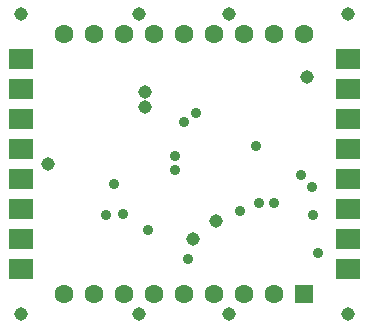
<source format=gbr>
G04 #@! TF.FileFunction,Soldermask,Bot*
%FSLAX46Y46*%
G04 Gerber Fmt 4.6, Leading zero omitted, Abs format (unit mm)*
G04 Created by KiCad (PCBNEW (2015-12-09 BZR 6195)-product) date Sun Sep  4 13:43:46 2016*
%MOMM*%
G01*
G04 APERTURE LIST*
%ADD10C,0.100000*%
%ADD11R,1.600000X1.600000*%
%ADD12C,1.600000*%
%ADD13R,2.032000X1.778000*%
%ADD14C,1.143000*%
%ADD15C,0.889000*%
G04 APERTURE END LIST*
D10*
D11*
X154940000Y-110060000D03*
D12*
X152400000Y-110060000D03*
X149860000Y-110060000D03*
X147320000Y-110060000D03*
X144780000Y-110060000D03*
X142240000Y-110060000D03*
X139700000Y-110060000D03*
X137160000Y-110060000D03*
X134620000Y-110060000D03*
X134620000Y-88060000D03*
X137160000Y-88060000D03*
X139700000Y-88060000D03*
X142240000Y-88060000D03*
X144780000Y-88060000D03*
X147320000Y-88060000D03*
X149860000Y-88060000D03*
X152400000Y-88060000D03*
X154940000Y-88060000D03*
D13*
X130937000Y-90170000D03*
X130937000Y-92710000D03*
X130937000Y-95250000D03*
X130937000Y-97790000D03*
X130937000Y-100330000D03*
X130937000Y-102870000D03*
X130937000Y-105410000D03*
X130937000Y-107950000D03*
X158623000Y-107950000D03*
X158623000Y-105410000D03*
X158623000Y-102870000D03*
X158623000Y-100330000D03*
X158623000Y-97790000D03*
X158623000Y-95250000D03*
X158623000Y-92710000D03*
X158623000Y-90170000D03*
D14*
X148590000Y-111760000D03*
X140970000Y-111760000D03*
X140970000Y-86360000D03*
X148590000Y-86360000D03*
X141478000Y-92964000D03*
X141478000Y-94234000D03*
X145542000Y-105410000D03*
X147447000Y-103886000D03*
X133223000Y-99060000D03*
X158623000Y-111760000D03*
X130937000Y-111760000D03*
X130937000Y-86360000D03*
X158623000Y-86360000D03*
X155194000Y-91694000D03*
D15*
X150876000Y-97536000D03*
X143964052Y-98351948D03*
X156083000Y-106553000D03*
X145097520Y-107061000D03*
X141732006Y-104648000D03*
X144018000Y-99567998D03*
X138811000Y-100711000D03*
X138176000Y-103378000D03*
X139573000Y-103251000D03*
X149479000Y-102997000D03*
X151130000Y-102362000D03*
X152400000Y-102362000D03*
X155702000Y-103378000D03*
X155575000Y-100965000D03*
X154686000Y-99949000D03*
X144780000Y-95504000D03*
X145796000Y-94742000D03*
M02*

</source>
